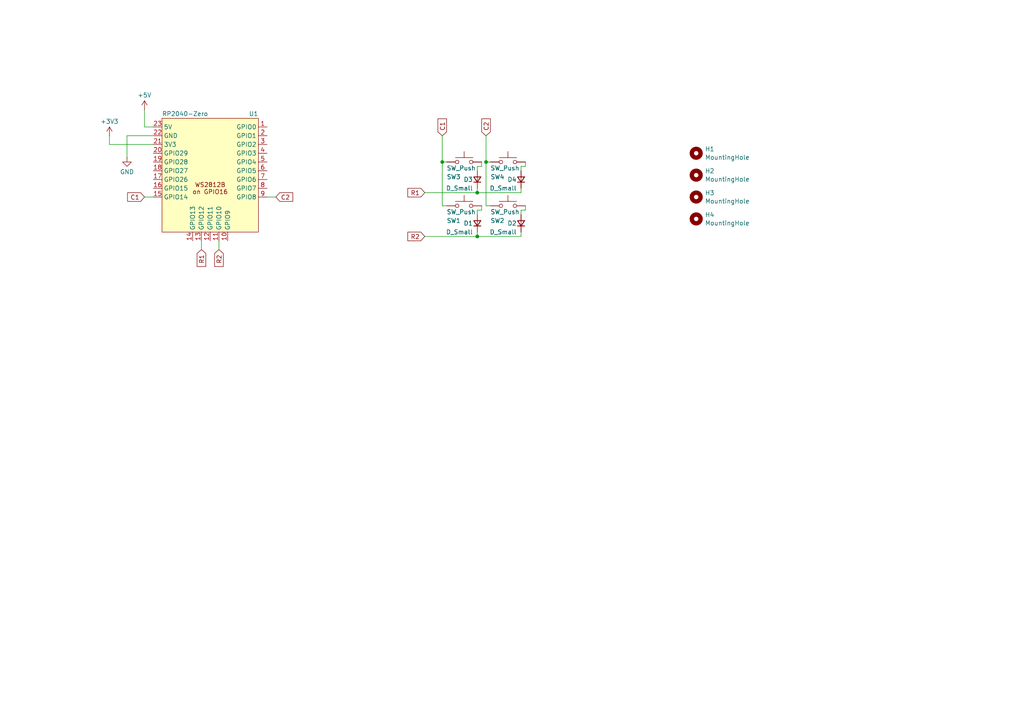
<source format=kicad_sch>
(kicad_sch (version 20231120) (generator "eeschema") (generator_version "8.0")
  (paper "A4")
  (lib_symbols
    (symbol "Device:D_Small" (pin_numbers hide) (pin_names (offset 0.254) hide)
      (property "Reference" "D" (at -1.27 2.032 0))
      (property "Value" "D_Small" (at -3.81 -2.032 0))
      (symbol "D_Small_0_1"
        (polyline (pts (xy -0.762 -1.016) (xy -0.762 1.016)) (stroke (width 0.254)))
        (polyline (pts (xy -0.762 0) (xy 0.762 0)))
        (polyline (pts (xy 0.762 -1.016) (xy -0.762 0) (xy 0.762 1.016) (xy 0.762 -1.016)) (stroke (width 0.254)))
      )
      (symbol "D_Small_1_1"
        (pin passive line (at -2.54 0 0) (length 1.778) (name "K") (number "1"))
        (pin passive line (at 2.54 0 180) (length 1.778) (name "A") (number "2"))
      )
    )
    (symbol "Mechanical:MountingHole" (pin_names (offset 1.016)) (exclude_from_sim yes) (in_bom no)
      (property "Reference" "H" (at 0 5.08 0))
      (property "Value" "MountingHole" (at 0 3.175 0))
      (symbol "MountingHole_0_1"
        (circle (center 0 0) (radius 1.27) (stroke (width 1.27)))
      )
    )
    (symbol "Switch:SW_Push" (pin_numbers hide) (pin_names (offset 1.016) hide)
      (property "Reference" "SW" (at 1.27 2.54 0))
      (property "Value" "SW_Push" (at 0 -1.524 0))
      (symbol "SW_Push_0_1"
        (circle (center -2.032 0) (radius 0.508))
        (polyline (pts (xy 0 1.27) (xy 0 3.048)))
        (polyline (pts (xy 2.54 1.27) (xy -2.54 1.27)))
        (circle (center 2.032 0) (radius 0.508))
        (pin passive line (at -5.08 0 0) (length 2.54) (name "1") (number "1"))
        (pin passive line (at 5.08 0 180) (length 2.54) (name "2") (number "2"))
      )
    )
    (symbol "power:+3V3" (power) (pin_numbers hide) (pin_names (offset 0) hide)
      (property "Value" "+3V3" (at 0 3.556 0))
      (symbol "+3V3_0_1"
        (polyline (pts (xy -0.762 1.27) (xy 0 2.54)))
        (polyline (pts (xy 0 0) (xy 0 2.54)))
        (polyline (pts (xy 0 2.54) (xy 0.762 1.27)))
      )
      (symbol "+3V3_1_1"
        (pin power_in line (at 0 0 90) (length 0) (name "~") (number "1"))
      )
    )
    (symbol "power:+5V" (power) (pin_numbers hide) (pin_names (offset 0) hide)
      (property "Value" "+5V" (at 0 3.556 0))
      (symbol "+5V_0_1"
        (polyline (pts (xy -0.762 1.27) (xy 0 2.54)))
        (polyline (pts (xy 0 0) (xy 0 2.54)))
        (polyline (pts (xy 0 2.54) (xy 0.762 1.27)))
      )
      (symbol "+5V_1_1"
        (pin power_in line (at 0 0 90) (length 0) (name "~") (number "1"))
      )
    )
    (symbol "power:GND" (power) (pin_numbers hide) (pin_names (offset 0) hide)
      (property "Value" "GND" (at 0 -3.81 0))
      (symbol "GND_0_1"
        (polyline (pts (xy 0 0) (xy 0 -1.27) (xy 1.27 -1.27) (xy 0 -2.54) (xy -1.27 -1.27) (xy 0 -1.27)))
      )
      (symbol "GND_1_1"
        (pin power_in line (at 0 0 270) (length 0) (name "~") (number "1"))
      )
    )
    (symbol "xenua:RP2040-Zero"
      (property "Reference" "U" (at 13.97 1.27 0))
      (property "Value" "RP2040-Zero" (at -13.97 1.27 0))
      (symbol "RP2040-Zero_1_1"
        (rectangle (start -13.97 0) (end 13.97 -33.02) (fill (type background)))
        (text "WS2812B\non GPIO16" (at 0 -20.32 0) (effects (font (size 1.27 1.27))))
        (pin bidirectional line (at 16.51 -2.54 180) (length 2.54) (name "GPIO0") (number "1"))
        (pin bidirectional line (at 5.08 -35.56 90) (length 2.54) (name "GPIO9") (number "10"))
        (pin bidirectional line (at 2.54 -35.56 90) (length 2.54) (name "GPIO10") (number "11"))
        (pin bidirectional line (at 0 -35.56 90) (length 2.54) (name "GPIO11") (number "12"))
        (pin bidirectional line (at -2.54 -35.56 90) (length 2.54) (name "GPIO12") (number "13"))
        (pin bidirectional line (at -5.08 -35.56 90) (length 2.54) (name "GPIO13") (number "14"))
        (pin bidirectional line (at -16.51 -22.86 0) (length 2.54) (name "GPIO14") (number "15"))
        (pin bidirectional line (at -16.51 -20.32 0) (length 2.54) (name "GPIO15") (number "16"))
        (pin bidirectional line (at -16.51 -17.78 0) (length 2.54) (name "GPIO26") (number "17"))
        (pin bidirectional line (at -16.51 -15.24 0) (length 2.54) (name "GPIO27") (number "18"))
        (pin bidirectional line (at -16.51 -12.7 0) (length 2.54) (name "GPIO28") (number "19"))
        (pin bidirectional line (at 16.51 -5.08 180) (length 2.54) (name "GPIO1") (number "2"))
        (pin bidirectional line (at -16.51 -10.16 0) (length 2.54) (name "GPIO29") (number "20"))
        (pin power_out line (at -16.51 -7.62 0) (length 2.54) (name "3V3") (number "21"))
        (pin power_out line (at -16.51 -5.08 0) (length 2.54) (name "GND") (number "22"))
        (pin power_out line (at -16.51 -2.54 0) (length 2.54) (name "5V") (number "23"))
        (pin bidirectional line (at 16.51 -7.62 180) (length 2.54) (name "GPIO2") (number "3"))
        (pin bidirectional line (at 16.51 -10.16 180) (length 2.54) (name "GPIO3") (number "4"))
        (pin bidirectional line (at 16.51 -12.7 180) (length 2.54) (name "GPIO4") (number "5"))
        (pin bidirectional line (at 16.51 -15.24 180) (length 2.54) (name "GPIO5") (number "6"))
        (pin bidirectional line (at 16.51 -17.78 180) (length 2.54) (name "GPIO6") (number "7"))
        (pin bidirectional line (at 16.51 -20.32 180) (length 2.54) (name "GPIO7") (number "8"))
        (pin bidirectional line (at 16.51 -22.86 180) (length 2.54) (name "GPIO8") (number "9"))
      )
    )
  )
  (junction (at 128.27 46.99))
  (junction (at 138.43 68.58))
  (junction (at 140.97 46.99))
  (junction (at 138.43 55.88))
  (wire (pts (xy 128.27 46.99) (xy 129.54 46.99)))
  (wire (pts (xy 140.97 46.99) (xy 140.97 59.69)))
  (wire (pts (xy 36.83 45.72) (xy 36.83 39.37)))
  (wire (pts (xy 151.13 67.31) (xy 151.13 68.58)))
  (wire (pts (xy 41.91 57.15) (xy 44.45 57.15)))
  (wire (pts (xy 36.83 39.37) (xy 44.45 39.37)))
  (wire (pts (xy 128.27 46.99) (xy 128.27 59.69)))
  (wire (pts (xy 31.75 39.37) (xy 31.75 41.91)))
  (wire (pts (xy 138.43 60.96) (xy 138.43 62.23)))
  (wire (pts (xy 140.97 59.69) (xy 142.24 59.69)))
  (wire (pts (xy 123.19 55.88) (xy 138.43 55.88)))
  (wire (pts (xy 128.27 59.69) (xy 129.54 59.69)))
  (wire (pts (xy 138.43 54.61) (xy 138.43 55.88)))
  (wire (pts (xy 151.13 54.61) (xy 151.13 55.88)))
  (wire (pts (xy 138.43 68.58) (xy 151.13 68.58)))
  (wire (pts (xy 63.5 72.39) (xy 63.5 69.85)))
  (wire (pts (xy 140.97 46.99) (xy 142.24 46.99)))
  (wire (pts (xy 44.45 41.91) (xy 31.75 41.91)))
  (wire (pts (xy 151.13 48.26) (xy 151.13 49.53)))
  (wire (pts (xy 138.43 60.96) (xy 139.7 60.96)))
  (wire (pts (xy 123.19 68.58) (xy 138.43 68.58)))
  (wire (pts (xy 152.4 48.26) (xy 152.4 46.99)))
  (wire (pts (xy 139.7 60.96) (xy 139.7 59.69)))
  (wire (pts (xy 151.13 48.26) (xy 152.4 48.26)))
  (wire (pts (xy 139.7 48.26) (xy 139.7 46.99)))
  (wire (pts (xy 138.43 48.26) (xy 138.43 49.53)))
  (wire (pts (xy 138.43 55.88) (xy 151.13 55.88)))
  (wire (pts (xy 151.13 60.96) (xy 152.4 60.96)))
  (wire (pts (xy 41.91 31.75) (xy 41.91 36.83)))
  (wire (pts (xy 128.27 39.37) (xy 128.27 46.99)))
  (wire (pts (xy 138.43 48.26) (xy 139.7 48.26)))
  (wire (pts (xy 58.42 72.39) (xy 58.42 69.85)))
  (wire (pts (xy 138.43 67.31) (xy 138.43 68.58)))
  (wire (pts (xy 152.4 60.96) (xy 152.4 59.69)))
  (wire (pts (xy 140.97 39.37) (xy 140.97 46.99)))
  (wire (pts (xy 151.13 60.96) (xy 151.13 62.23)))
  (wire (pts (xy 77.47 57.15) (xy 80.01 57.15)))
  (wire (pts (xy 44.45 36.83) (xy 41.91 36.83)))
  (global_label "R2" (shape input) (at 123.19 68.58 180) (property "Intersheetrefs" "${INTERSHEET_REFS}" (effects (hide yes))))
  (global_label "R1" (shape input) (at 123.19 55.88 180) (property "Intersheetrefs" "${INTERSHEET_REFS}" (effects (hide yes))))
  (global_label "R1" (shape input) (at 58.42 72.39 270) (property "Intersheetrefs" "${INTERSHEET_REFS}" (effects (hide yes))))
  (global_label "C2" (shape input) (at 140.97 39.37 90) (property "Intersheetrefs" "${INTERSHEET_REFS}" (effects (hide yes))))
  (global_label "C1" (shape input) (at 41.91 57.15 180) (property "Intersheetrefs" "${INTERSHEET_REFS}" (effects (hide yes))))
  (global_label "C1" (shape input) (at 128.27 39.37 90) (property "Intersheetrefs" "${INTERSHEET_REFS}" (effects (hide yes))))
  (global_label "R2" (shape input) (at 63.5 72.39 270) (property "Intersheetrefs" "${INTERSHEET_REFS}" (effects (hide yes))))
  (global_label "C2" (shape input) (at 80.01 57.15 0) (property "Intersheetrefs" "${INTERSHEET_REFS}" (effects (hide yes))))
  (symbol (lib_id "Device:D_Small") (at 151.13 52.07 90) (unit 1)
    (property "Reference" "D4" (at 149.86 52.07 90) (effects (justify left)))
    (property "Value" "D_Small" (at 149.86 54.61 90) (effects (justify left)))
    (property "Footprint" "xenua:1N4148" (effects (hide yes)))
    (property "Description" "Diode, small symbol" (effects (hide yes)))
    (property "Sim.Device" "D" (effects (hide yes)))
    (property "Sim.Pins" "1=K 2=A" (effects (hide yes)))
  )
  (symbol (lib_id "power:GND") (at 36.83 45.72 0) (unit 1)
    (property "Reference" "#PWR01" (effects (hide yes)))
    (property "Value" "GND" (at 36.83 49.8531 0))
    (property "Description" "Power symbol creates a global label with name \"GND\" , ground" (effects (hide yes)))
  )
  (symbol (lib_id "Switch:SW_Push") (at 134.62 46.99 0) (unit 1)
    (property "Reference" "SW3" (at 129.54 51.308 0) (effects (justify left)))
    (property "Value" "SW_Push" (at 129.54 48.768 0) (effects (justify left)))
    (property "Footprint" "PCM_Switch_Keyboard_Hotswap_Kailh:SW_Hotswap_Kailh_Choc_V1V2" (effects (hide yes)))
    (property "Description" "Push button switch, generic, two pins" (effects (hide yes)))
  )
  (symbol (lib_id "Mechanical:MountingHole") (at 201.93 44.45 0) (unit 1) (exclude_from_sim yes) (in_bom no)
    (property "Reference" "H1" (at 204.47 43.2378 0) (effects (justify left)))
    (property "Value" "MountingHole" (at 204.47 45.6621 0) (effects (justify left)))
    (property "Footprint" "MountingHole:MountingHole_3.2mm_M3_ISO7380" (effects (hide yes)))
    (property "Description" "Mounting Hole without connection" (effects (hide yes)))
  )
  (symbol (lib_id "Mechanical:MountingHole") (at 201.93 57.15 0) (unit 1) (exclude_from_sim yes) (in_bom no)
    (property "Reference" "H3" (at 204.47 55.9378 0) (effects (justify left)))
    (property "Value" "MountingHole" (at 204.47 58.3621 0) (effects (justify left)))
    (property "Footprint" "MountingHole:MountingHole_3.2mm_M3_ISO7380" (effects (hide yes)))
    (property "Description" "Mounting Hole without connection" (effects (hide yes)))
  )
  (symbol (lib_id "Switch:SW_Push") (at 147.32 46.99 0) (unit 1)
    (property "Reference" "SW4" (at 142.24 51.308 0) (effects (justify left)))
    (property "Value" "SW_Push" (at 142.24 48.768 0) (effects (justify left)))
    (property "Footprint" "PCM_Switch_Keyboard_Hotswap_Kailh:SW_Hotswap_Kailh_Choc_V1V2" (effects (hide yes)))
    (property "Description" "Push button switch, generic, two pins" (effects (hide yes)))
  )
  (symbol (lib_id "Mechanical:MountingHole") (at 201.93 63.5 0) (unit 1) (exclude_from_sim yes) (in_bom no)
    (property "Reference" "H4" (at 204.47 62.2878 0) (effects (justify left)))
    (property "Value" "MountingHole" (at 204.47 64.7121 0) (effects (justify left)))
    (property "Footprint" "MountingHole:MountingHole_3.2mm_M3_ISO7380" (effects (hide yes)))
    (property "Description" "Mounting Hole without connection" (effects (hide yes)))
  )
  (symbol (lib_id "xenua:RP2040-Zero") (at 60.96 34.29 0) (unit 1)
    (property "Reference" "U1" (at 74.93 33.02 0) (effects (justify right)))
    (property "Value" "RP2040-Zero" (at 46.99 33.02 0) (effects (justify left)))
    (property "Footprint" "xenua:RP2040-Zero" (effects (hide yes)))
  )
  (symbol (lib_id "Device:D_Small") (at 138.43 64.77 90) (unit 1)
    (property "Reference" "D1" (at 137.16 64.77 90) (effects (justify left)))
    (property "Value" "D_Small" (at 137.16 67.31 90) (effects (justify left)))
    (property "Footprint" "xenua:1N4148" (effects (hide yes)))
    (property "Description" "Diode, small symbol" (effects (hide yes)))
    (property "Sim.Device" "D" (effects (hide yes)))
    (property "Sim.Pins" "1=K 2=A" (effects (hide yes)))
  )
  (symbol (lib_id "Switch:SW_Push") (at 134.62 59.69 0) (unit 1)
    (property "Reference" "SW1" (at 129.54 64.008 0) (effects (justify left)))
    (property "Value" "SW_Push" (at 129.54 61.468 0) (effects (justify left)))
    (property "Footprint" "PCM_Switch_Keyboard_Hotswap_Kailh:SW_Hotswap_Kailh_Choc_V1V2" (effects (hide yes)))
    (property "Description" "Push button switch, generic, two pins" (effects (hide yes)))
  )
  (symbol (lib_id "Device:D_Small") (at 138.43 52.07 90) (unit 1)
    (property "Reference" "D3" (at 137.16 52.07 90) (effects (justify left)))
    (property "Value" "D_Small" (at 137.16 54.61 90) (effects (justify left)))
    (property "Footprint" "xenua:1N4148" (effects (hide yes)))
    (property "Description" "Diode, small symbol" (effects (hide yes)))
    (property "Sim.Device" "D" (effects (hide yes)))
    (property "Sim.Pins" "1=K 2=A" (effects (hide yes)))
  )
  (symbol (lib_id "Switch:SW_Push") (at 147.32 59.69 0) (unit 1)
    (property "Reference" "SW2" (at 142.24 64.008 0) (effects (justify left)))
    (property "Value" "SW_Push" (at 142.24 61.468 0) (effects (justify left)))
    (property "Footprint" "PCM_Switch_Keyboard_Hotswap_Kailh:SW_Hotswap_Kailh_Choc_V1V2" (effects (hide yes)))
    (property "Description" "Push button switch, generic, two pins" (effects (hide yes)))
  )
  (symbol (lib_id "Mechanical:MountingHole") (at 201.93 50.8 0) (unit 1) (exclude_from_sim yes) (in_bom no)
    (property "Reference" "H2" (at 204.47 49.5878 0) (effects (justify left)))
    (property "Value" "MountingHole" (at 204.47 52.0121 0) (effects (justify left)))
    (property "Footprint" "MountingHole:MountingHole_3.2mm_M3_ISO7380" (effects (hide yes)))
    (property "Description" "Mounting Hole without connection" (effects (hide yes)))
  )
  (symbol (lib_id "power:+3V3") (at 31.75 39.37 0) (unit 1)
    (property "Reference" "#PWR03" (effects (hide yes)))
    (property "Value" "+3V3" (at 31.75 35.2369 0))
    (property "Description" "Power symbol creates a global label with name \"+3V3\"" (effects (hide yes)))
  )
  (symbol (lib_id "Device:D_Small") (at 151.13 64.77 90) (unit 1)
    (property "Reference" "D2" (at 149.86 64.77 90) (effects (justify left)))
    (property "Value" "D_Small" (at 149.86 67.31 90) (effects (justify left)))
    (property "Footprint" "xenua:1N4148" (effects (hide yes)))
    (property "Description" "Diode, small symbol" (effects (hide yes)))
    (property "Sim.Device" "D" (effects (hide yes)))
    (property "Sim.Pins" "1=K 2=A" (effects (hide yes)))
  )
  (symbol (lib_id "power:+5V") (at 41.91 31.75 0) (unit 1)
    (property "Reference" "#PWR02" (effects (hide yes)))
    (property "Value" "+5V" (at 41.91 27.6169 0))
    (property "Description" "Power symbol creates a global label with name \"+5V\"" (effects (hide yes)))
  )
)
</source>
